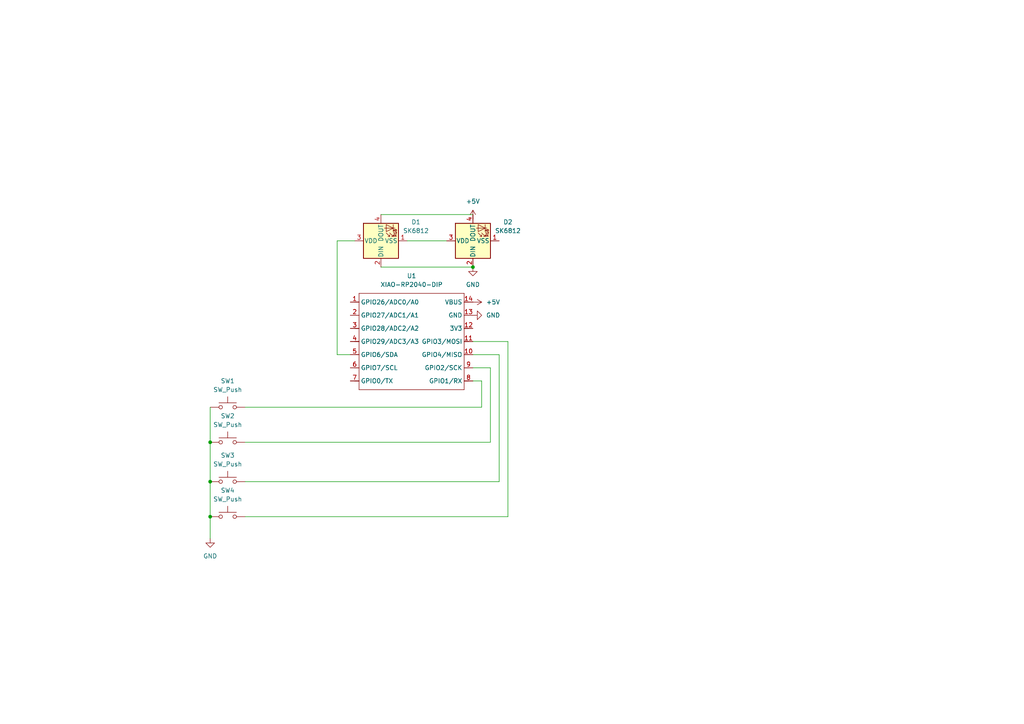
<source format=kicad_sch>
(kicad_sch
	(version 20250114)
	(generator "eeschema")
	(generator_version "9.0")
	(uuid "db73845c-27dd-4710-a9ca-a672e6ad9016")
	(paper "A4")
	(lib_symbols
		(symbol "LED:SK6812"
			(pin_names
				(offset 0.254)
			)
			(exclude_from_sim no)
			(in_bom yes)
			(on_board yes)
			(property "Reference" "D"
				(at 5.08 5.715 0)
				(effects
					(font
						(size 1.27 1.27)
					)
					(justify right bottom)
				)
			)
			(property "Value" "SK6812"
				(at 1.27 -5.715 0)
				(effects
					(font
						(size 1.27 1.27)
					)
					(justify left top)
				)
			)
			(property "Footprint" "LED_SMD:LED_SK6812_PLCC4_5.0x5.0mm_P3.2mm"
				(at 1.27 -7.62 0)
				(effects
					(font
						(size 1.27 1.27)
					)
					(justify left top)
					(hide yes)
				)
			)
			(property "Datasheet" "https://cdn-shop.adafruit.com/product-files/1138/SK6812+LED+datasheet+.pdf"
				(at 2.54 -9.525 0)
				(effects
					(font
						(size 1.27 1.27)
					)
					(justify left top)
					(hide yes)
				)
			)
			(property "Description" "RGB LED with integrated controller"
				(at 0 0 0)
				(effects
					(font
						(size 1.27 1.27)
					)
					(hide yes)
				)
			)
			(property "ki_keywords" "RGB LED NeoPixel addressable"
				(at 0 0 0)
				(effects
					(font
						(size 1.27 1.27)
					)
					(hide yes)
				)
			)
			(property "ki_fp_filters" "LED*SK6812*PLCC*5.0x5.0mm*P3.2mm*"
				(at 0 0 0)
				(effects
					(font
						(size 1.27 1.27)
					)
					(hide yes)
				)
			)
			(symbol "SK6812_0_0"
				(text "RGB"
					(at 2.286 -4.191 0)
					(effects
						(font
							(size 0.762 0.762)
						)
					)
				)
			)
			(symbol "SK6812_0_1"
				(polyline
					(pts
						(xy 1.27 -2.54) (xy 1.778 -2.54)
					)
					(stroke
						(width 0)
						(type default)
					)
					(fill
						(type none)
					)
				)
				(polyline
					(pts
						(xy 1.27 -3.556) (xy 1.778 -3.556)
					)
					(stroke
						(width 0)
						(type default)
					)
					(fill
						(type none)
					)
				)
				(polyline
					(pts
						(xy 2.286 -1.524) (xy 1.27 -2.54) (xy 1.27 -2.032)
					)
					(stroke
						(width 0)
						(type default)
					)
					(fill
						(type none)
					)
				)
				(polyline
					(pts
						(xy 2.286 -2.54) (xy 1.27 -3.556) (xy 1.27 -3.048)
					)
					(stroke
						(width 0)
						(type default)
					)
					(fill
						(type none)
					)
				)
				(polyline
					(pts
						(xy 3.683 -1.016) (xy 3.683 -3.556) (xy 3.683 -4.064)
					)
					(stroke
						(width 0)
						(type default)
					)
					(fill
						(type none)
					)
				)
				(polyline
					(pts
						(xy 4.699 -1.524) (xy 2.667 -1.524) (xy 3.683 -3.556) (xy 4.699 -1.524)
					)
					(stroke
						(width 0)
						(type default)
					)
					(fill
						(type none)
					)
				)
				(polyline
					(pts
						(xy 4.699 -3.556) (xy 2.667 -3.556)
					)
					(stroke
						(width 0)
						(type default)
					)
					(fill
						(type none)
					)
				)
				(rectangle
					(start 5.08 5.08)
					(end -5.08 -5.08)
					(stroke
						(width 0.254)
						(type default)
					)
					(fill
						(type background)
					)
				)
			)
			(symbol "SK6812_1_1"
				(pin input line
					(at -7.62 0 0)
					(length 2.54)
					(name "DIN"
						(effects
							(font
								(size 1.27 1.27)
							)
						)
					)
					(number "2"
						(effects
							(font
								(size 1.27 1.27)
							)
						)
					)
				)
				(pin power_in line
					(at 0 7.62 270)
					(length 2.54)
					(name "VDD"
						(effects
							(font
								(size 1.27 1.27)
							)
						)
					)
					(number "3"
						(effects
							(font
								(size 1.27 1.27)
							)
						)
					)
				)
				(pin power_in line
					(at 0 -7.62 90)
					(length 2.54)
					(name "VSS"
						(effects
							(font
								(size 1.27 1.27)
							)
						)
					)
					(number "1"
						(effects
							(font
								(size 1.27 1.27)
							)
						)
					)
				)
				(pin output line
					(at 7.62 0 180)
					(length 2.54)
					(name "DOUT"
						(effects
							(font
								(size 1.27 1.27)
							)
						)
					)
					(number "4"
						(effects
							(font
								(size 1.27 1.27)
							)
						)
					)
				)
			)
			(embedded_fonts no)
		)
		(symbol "OPL:XIAO-RP2040-DIP"
			(exclude_from_sim no)
			(in_bom yes)
			(on_board yes)
			(property "Reference" "U"
				(at 0 0 0)
				(effects
					(font
						(size 1.27 1.27)
					)
				)
			)
			(property "Value" "XIAO-RP2040-DIP"
				(at 5.334 -1.778 0)
				(effects
					(font
						(size 1.27 1.27)
					)
				)
			)
			(property "Footprint" "Module:MOUDLE14P-XIAO-DIP-SMD"
				(at 14.478 -32.258 0)
				(effects
					(font
						(size 1.27 1.27)
					)
					(hide yes)
				)
			)
			(property "Datasheet" ""
				(at 0 0 0)
				(effects
					(font
						(size 1.27 1.27)
					)
					(hide yes)
				)
			)
			(property "Description" ""
				(at 0 0 0)
				(effects
					(font
						(size 1.27 1.27)
					)
					(hide yes)
				)
			)
			(symbol "XIAO-RP2040-DIP_1_0"
				(polyline
					(pts
						(xy -1.27 -2.54) (xy 29.21 -2.54)
					)
					(stroke
						(width 0.1524)
						(type solid)
					)
					(fill
						(type none)
					)
				)
				(polyline
					(pts
						(xy -1.27 -5.08) (xy -2.54 -5.08)
					)
					(stroke
						(width 0.1524)
						(type solid)
					)
					(fill
						(type none)
					)
				)
				(polyline
					(pts
						(xy -1.27 -5.08) (xy -1.27 -2.54)
					)
					(stroke
						(width 0.1524)
						(type solid)
					)
					(fill
						(type none)
					)
				)
				(polyline
					(pts
						(xy -1.27 -8.89) (xy -2.54 -8.89)
					)
					(stroke
						(width 0.1524)
						(type solid)
					)
					(fill
						(type none)
					)
				)
				(polyline
					(pts
						(xy -1.27 -8.89) (xy -1.27 -5.08)
					)
					(stroke
						(width 0.1524)
						(type solid)
					)
					(fill
						(type none)
					)
				)
				(polyline
					(pts
						(xy -1.27 -12.7) (xy -2.54 -12.7)
					)
					(stroke
						(width 0.1524)
						(type solid)
					)
					(fill
						(type none)
					)
				)
				(polyline
					(pts
						(xy -1.27 -12.7) (xy -1.27 -8.89)
					)
					(stroke
						(width 0.1524)
						(type solid)
					)
					(fill
						(type none)
					)
				)
				(polyline
					(pts
						(xy -1.27 -16.51) (xy -2.54 -16.51)
					)
					(stroke
						(width 0.1524)
						(type solid)
					)
					(fill
						(type none)
					)
				)
				(polyline
					(pts
						(xy -1.27 -16.51) (xy -1.27 -12.7)
					)
					(stroke
						(width 0.1524)
						(type solid)
					)
					(fill
						(type none)
					)
				)
				(polyline
					(pts
						(xy -1.27 -20.32) (xy -2.54 -20.32)
					)
					(stroke
						(width 0.1524)
						(type solid)
					)
					(fill
						(type none)
					)
				)
				(polyline
					(pts
						(xy -1.27 -24.13) (xy -2.54 -24.13)
					)
					(stroke
						(width 0.1524)
						(type solid)
					)
					(fill
						(type none)
					)
				)
				(polyline
					(pts
						(xy -1.27 -27.94) (xy -2.54 -27.94)
					)
					(stroke
						(width 0.1524)
						(type solid)
					)
					(fill
						(type none)
					)
				)
				(polyline
					(pts
						(xy -1.27 -30.48) (xy -1.27 -16.51)
					)
					(stroke
						(width 0.1524)
						(type solid)
					)
					(fill
						(type none)
					)
				)
				(polyline
					(pts
						(xy 29.21 -2.54) (xy 29.21 -5.08)
					)
					(stroke
						(width 0.1524)
						(type solid)
					)
					(fill
						(type none)
					)
				)
				(polyline
					(pts
						(xy 29.21 -5.08) (xy 29.21 -8.89)
					)
					(stroke
						(width 0.1524)
						(type solid)
					)
					(fill
						(type none)
					)
				)
				(polyline
					(pts
						(xy 29.21 -8.89) (xy 29.21 -12.7)
					)
					(stroke
						(width 0.1524)
						(type solid)
					)
					(fill
						(type none)
					)
				)
				(polyline
					(pts
						(xy 29.21 -12.7) (xy 29.21 -30.48)
					)
					(stroke
						(width 0.1524)
						(type solid)
					)
					(fill
						(type none)
					)
				)
				(polyline
					(pts
						(xy 29.21 -30.48) (xy -1.27 -30.48)
					)
					(stroke
						(width 0.1524)
						(type solid)
					)
					(fill
						(type none)
					)
				)
				(polyline
					(pts
						(xy 30.48 -5.08) (xy 29.21 -5.08)
					)
					(stroke
						(width 0.1524)
						(type solid)
					)
					(fill
						(type none)
					)
				)
				(polyline
					(pts
						(xy 30.48 -8.89) (xy 29.21 -8.89)
					)
					(stroke
						(width 0.1524)
						(type solid)
					)
					(fill
						(type none)
					)
				)
				(polyline
					(pts
						(xy 30.48 -12.7) (xy 29.21 -12.7)
					)
					(stroke
						(width 0.1524)
						(type solid)
					)
					(fill
						(type none)
					)
				)
				(polyline
					(pts
						(xy 30.48 -16.51) (xy 29.21 -16.51)
					)
					(stroke
						(width 0.1524)
						(type solid)
					)
					(fill
						(type none)
					)
				)
				(polyline
					(pts
						(xy 30.48 -20.32) (xy 29.21 -20.32)
					)
					(stroke
						(width 0.1524)
						(type solid)
					)
					(fill
						(type none)
					)
				)
				(polyline
					(pts
						(xy 30.48 -24.13) (xy 29.21 -24.13)
					)
					(stroke
						(width 0.1524)
						(type solid)
					)
					(fill
						(type none)
					)
				)
				(polyline
					(pts
						(xy 30.48 -27.94) (xy 29.21 -27.94)
					)
					(stroke
						(width 0.1524)
						(type solid)
					)
					(fill
						(type none)
					)
				)
				(pin passive line
					(at -3.81 -5.08 0)
					(length 2.54)
					(name "GPIO26/ADC0/A0"
						(effects
							(font
								(size 1.27 1.27)
							)
						)
					)
					(number "1"
						(effects
							(font
								(size 1.27 1.27)
							)
						)
					)
				)
				(pin passive line
					(at -3.81 -8.89 0)
					(length 2.54)
					(name "GPIO27/ADC1/A1"
						(effects
							(font
								(size 1.27 1.27)
							)
						)
					)
					(number "2"
						(effects
							(font
								(size 1.27 1.27)
							)
						)
					)
				)
				(pin passive line
					(at -3.81 -12.7 0)
					(length 2.54)
					(name "GPIO28/ADC2/A2"
						(effects
							(font
								(size 1.27 1.27)
							)
						)
					)
					(number "3"
						(effects
							(font
								(size 1.27 1.27)
							)
						)
					)
				)
				(pin passive line
					(at -3.81 -16.51 0)
					(length 2.54)
					(name "GPIO29/ADC3/A3"
						(effects
							(font
								(size 1.27 1.27)
							)
						)
					)
					(number "4"
						(effects
							(font
								(size 1.27 1.27)
							)
						)
					)
				)
				(pin passive line
					(at -3.81 -20.32 0)
					(length 2.54)
					(name "GPIO6/SDA"
						(effects
							(font
								(size 1.27 1.27)
							)
						)
					)
					(number "5"
						(effects
							(font
								(size 1.27 1.27)
							)
						)
					)
				)
				(pin passive line
					(at -3.81 -24.13 0)
					(length 2.54)
					(name "GPIO7/SCL"
						(effects
							(font
								(size 1.27 1.27)
							)
						)
					)
					(number "6"
						(effects
							(font
								(size 1.27 1.27)
							)
						)
					)
				)
				(pin passive line
					(at -3.81 -27.94 0)
					(length 2.54)
					(name "GPIO0/TX"
						(effects
							(font
								(size 1.27 1.27)
							)
						)
					)
					(number "7"
						(effects
							(font
								(size 1.27 1.27)
							)
						)
					)
				)
				(pin passive line
					(at 31.75 -5.08 180)
					(length 2.54)
					(name "VBUS"
						(effects
							(font
								(size 1.27 1.27)
							)
						)
					)
					(number "14"
						(effects
							(font
								(size 1.27 1.27)
							)
						)
					)
				)
				(pin passive line
					(at 31.75 -8.89 180)
					(length 2.54)
					(name "GND"
						(effects
							(font
								(size 1.27 1.27)
							)
						)
					)
					(number "13"
						(effects
							(font
								(size 1.27 1.27)
							)
						)
					)
				)
				(pin passive line
					(at 31.75 -12.7 180)
					(length 2.54)
					(name "3V3"
						(effects
							(font
								(size 1.27 1.27)
							)
						)
					)
					(number "12"
						(effects
							(font
								(size 1.27 1.27)
							)
						)
					)
				)
				(pin passive line
					(at 31.75 -16.51 180)
					(length 2.54)
					(name "GPIO3/MOSI"
						(effects
							(font
								(size 1.27 1.27)
							)
						)
					)
					(number "11"
						(effects
							(font
								(size 1.27 1.27)
							)
						)
					)
				)
				(pin passive line
					(at 31.75 -20.32 180)
					(length 2.54)
					(name "GPIO4/MISO"
						(effects
							(font
								(size 1.27 1.27)
							)
						)
					)
					(number "10"
						(effects
							(font
								(size 1.27 1.27)
							)
						)
					)
				)
				(pin passive line
					(at 31.75 -24.13 180)
					(length 2.54)
					(name "GPIO2/SCK"
						(effects
							(font
								(size 1.27 1.27)
							)
						)
					)
					(number "9"
						(effects
							(font
								(size 1.27 1.27)
							)
						)
					)
				)
				(pin passive line
					(at 31.75 -27.94 180)
					(length 2.54)
					(name "GPIO1/RX"
						(effects
							(font
								(size 1.27 1.27)
							)
						)
					)
					(number "8"
						(effects
							(font
								(size 1.27 1.27)
							)
						)
					)
				)
			)
			(embedded_fonts no)
		)
		(symbol "Switch:SW_Push"
			(pin_numbers
				(hide yes)
			)
			(pin_names
				(offset 1.016)
				(hide yes)
			)
			(exclude_from_sim no)
			(in_bom yes)
			(on_board yes)
			(property "Reference" "SW"
				(at 1.27 2.54 0)
				(effects
					(font
						(size 1.27 1.27)
					)
					(justify left)
				)
			)
			(property "Value" "SW_Push"
				(at 0 -1.524 0)
				(effects
					(font
						(size 1.27 1.27)
					)
				)
			)
			(property "Footprint" ""
				(at 0 5.08 0)
				(effects
					(font
						(size 1.27 1.27)
					)
					(hide yes)
				)
			)
			(property "Datasheet" "~"
				(at 0 5.08 0)
				(effects
					(font
						(size 1.27 1.27)
					)
					(hide yes)
				)
			)
			(property "Description" "Push button switch, generic, two pins"
				(at 0 0 0)
				(effects
					(font
						(size 1.27 1.27)
					)
					(hide yes)
				)
			)
			(property "ki_keywords" "switch normally-open pushbutton push-button"
				(at 0 0 0)
				(effects
					(font
						(size 1.27 1.27)
					)
					(hide yes)
				)
			)
			(symbol "SW_Push_0_1"
				(circle
					(center -2.032 0)
					(radius 0.508)
					(stroke
						(width 0)
						(type default)
					)
					(fill
						(type none)
					)
				)
				(polyline
					(pts
						(xy 0 1.27) (xy 0 3.048)
					)
					(stroke
						(width 0)
						(type default)
					)
					(fill
						(type none)
					)
				)
				(circle
					(center 2.032 0)
					(radius 0.508)
					(stroke
						(width 0)
						(type default)
					)
					(fill
						(type none)
					)
				)
				(polyline
					(pts
						(xy 2.54 1.27) (xy -2.54 1.27)
					)
					(stroke
						(width 0)
						(type default)
					)
					(fill
						(type none)
					)
				)
				(pin passive line
					(at -5.08 0 0)
					(length 2.54)
					(name "1"
						(effects
							(font
								(size 1.27 1.27)
							)
						)
					)
					(number "1"
						(effects
							(font
								(size 1.27 1.27)
							)
						)
					)
				)
				(pin passive line
					(at 5.08 0 180)
					(length 2.54)
					(name "2"
						(effects
							(font
								(size 1.27 1.27)
							)
						)
					)
					(number "2"
						(effects
							(font
								(size 1.27 1.27)
							)
						)
					)
				)
			)
			(embedded_fonts no)
		)
		(symbol "power:+5V"
			(power)
			(pin_numbers
				(hide yes)
			)
			(pin_names
				(offset 0)
				(hide yes)
			)
			(exclude_from_sim no)
			(in_bom yes)
			(on_board yes)
			(property "Reference" "#PWR"
				(at 0 -3.81 0)
				(effects
					(font
						(size 1.27 1.27)
					)
					(hide yes)
				)
			)
			(property "Value" "+5V"
				(at 0 3.556 0)
				(effects
					(font
						(size 1.27 1.27)
					)
				)
			)
			(property "Footprint" ""
				(at 0 0 0)
				(effects
					(font
						(size 1.27 1.27)
					)
					(hide yes)
				)
			)
			(property "Datasheet" ""
				(at 0 0 0)
				(effects
					(font
						(size 1.27 1.27)
					)
					(hide yes)
				)
			)
			(property "Description" "Power symbol creates a global label with name \"+5V\""
				(at 0 0 0)
				(effects
					(font
						(size 1.27 1.27)
					)
					(hide yes)
				)
			)
			(property "ki_keywords" "global power"
				(at 0 0 0)
				(effects
					(font
						(size 1.27 1.27)
					)
					(hide yes)
				)
			)
			(symbol "+5V_0_1"
				(polyline
					(pts
						(xy -0.762 1.27) (xy 0 2.54)
					)
					(stroke
						(width 0)
						(type default)
					)
					(fill
						(type none)
					)
				)
				(polyline
					(pts
						(xy 0 2.54) (xy 0.762 1.27)
					)
					(stroke
						(width 0)
						(type default)
					)
					(fill
						(type none)
					)
				)
				(polyline
					(pts
						(xy 0 0) (xy 0 2.54)
					)
					(stroke
						(width 0)
						(type default)
					)
					(fill
						(type none)
					)
				)
			)
			(symbol "+5V_1_1"
				(pin power_in line
					(at 0 0 90)
					(length 0)
					(name "~"
						(effects
							(font
								(size 1.27 1.27)
							)
						)
					)
					(number "1"
						(effects
							(font
								(size 1.27 1.27)
							)
						)
					)
				)
			)
			(embedded_fonts no)
		)
		(symbol "power:GND"
			(power)
			(pin_numbers
				(hide yes)
			)
			(pin_names
				(offset 0)
				(hide yes)
			)
			(exclude_from_sim no)
			(in_bom yes)
			(on_board yes)
			(property "Reference" "#PWR"
				(at 0 -6.35 0)
				(effects
					(font
						(size 1.27 1.27)
					)
					(hide yes)
				)
			)
			(property "Value" "GND"
				(at 0 -3.81 0)
				(effects
					(font
						(size 1.27 1.27)
					)
				)
			)
			(property "Footprint" ""
				(at 0 0 0)
				(effects
					(font
						(size 1.27 1.27)
					)
					(hide yes)
				)
			)
			(property "Datasheet" ""
				(at 0 0 0)
				(effects
					(font
						(size 1.27 1.27)
					)
					(hide yes)
				)
			)
			(property "Description" "Power symbol creates a global label with name \"GND\" , ground"
				(at 0 0 0)
				(effects
					(font
						(size 1.27 1.27)
					)
					(hide yes)
				)
			)
			(property "ki_keywords" "global power"
				(at 0 0 0)
				(effects
					(font
						(size 1.27 1.27)
					)
					(hide yes)
				)
			)
			(symbol "GND_0_1"
				(polyline
					(pts
						(xy 0 0) (xy 0 -1.27) (xy 1.27 -1.27) (xy 0 -2.54) (xy -1.27 -1.27) (xy 0 -1.27)
					)
					(stroke
						(width 0)
						(type default)
					)
					(fill
						(type none)
					)
				)
			)
			(symbol "GND_1_1"
				(pin power_in line
					(at 0 0 270)
					(length 0)
					(name "~"
						(effects
							(font
								(size 1.27 1.27)
							)
						)
					)
					(number "1"
						(effects
							(font
								(size 1.27 1.27)
							)
						)
					)
				)
			)
			(embedded_fonts no)
		)
	)
	(junction
		(at 137.16 77.47)
		(diameter 0)
		(color 0 0 0 0)
		(uuid "1587817e-666d-47dc-b638-50a2e08be1b8")
	)
	(junction
		(at 60.96 149.86)
		(diameter 0)
		(color 0 0 0 0)
		(uuid "40746ede-ccc6-43cd-a21c-d8b62cde77cb")
	)
	(junction
		(at 60.96 139.7)
		(diameter 0)
		(color 0 0 0 0)
		(uuid "8b5b135e-d036-40e6-9a2a-553e52a37ddd")
	)
	(junction
		(at 60.96 128.27)
		(diameter 0)
		(color 0 0 0 0)
		(uuid "f1d1c4c1-6cbb-4af1-8415-d3ff8fa6a2eb")
	)
	(wire
		(pts
			(xy 97.79 69.85) (xy 97.79 102.87)
		)
		(stroke
			(width 0)
			(type default)
		)
		(uuid "0aa1f66c-b996-4cd3-a96a-9f30fb06623c")
	)
	(wire
		(pts
			(xy 60.96 149.86) (xy 60.96 156.21)
		)
		(stroke
			(width 0)
			(type default)
		)
		(uuid "17696d87-396d-4b6b-914c-a4382b80ae04")
	)
	(wire
		(pts
			(xy 60.96 128.27) (xy 60.96 139.7)
		)
		(stroke
			(width 0)
			(type default)
		)
		(uuid "26022844-cae3-4e81-bcdf-bb77c3b87c6b")
	)
	(wire
		(pts
			(xy 97.79 102.87) (xy 101.6 102.87)
		)
		(stroke
			(width 0)
			(type default)
		)
		(uuid "27778710-0e6c-42d1-b362-416215c5f72e")
	)
	(wire
		(pts
			(xy 137.16 99.06) (xy 147.32 99.06)
		)
		(stroke
			(width 0)
			(type default)
		)
		(uuid "33188316-166f-415c-9f28-7e3226d45501")
	)
	(wire
		(pts
			(xy 144.78 102.87) (xy 144.78 139.7)
		)
		(stroke
			(width 0)
			(type default)
		)
		(uuid "438fdd56-0c26-48fb-b3b5-2660b2c485f2")
	)
	(wire
		(pts
			(xy 147.32 149.86) (xy 71.12 149.86)
		)
		(stroke
			(width 0)
			(type default)
		)
		(uuid "463af65b-9451-492a-808d-4681f9126183")
	)
	(wire
		(pts
			(xy 110.49 77.47) (xy 137.16 77.47)
		)
		(stroke
			(width 0)
			(type default)
		)
		(uuid "5793a87e-b479-48be-8c16-ebf79674bb49")
	)
	(wire
		(pts
			(xy 137.16 110.49) (xy 139.7 110.49)
		)
		(stroke
			(width 0)
			(type default)
		)
		(uuid "5e103c91-7de3-4f5d-a5ee-1eef0cf4437d")
	)
	(wire
		(pts
			(xy 144.78 139.7) (xy 71.12 139.7)
		)
		(stroke
			(width 0)
			(type default)
		)
		(uuid "6cf6bb3c-d03d-49ba-bca1-82caae6ac05e")
	)
	(wire
		(pts
			(xy 142.24 128.27) (xy 71.12 128.27)
		)
		(stroke
			(width 0)
			(type default)
		)
		(uuid "6e8f8521-a0e5-4555-bab1-c32913d10c58")
	)
	(wire
		(pts
			(xy 137.16 106.68) (xy 142.24 106.68)
		)
		(stroke
			(width 0)
			(type default)
		)
		(uuid "78c12b38-9703-48ae-ae36-c3a44217cc3e")
	)
	(wire
		(pts
			(xy 110.49 62.23) (xy 137.16 62.23)
		)
		(stroke
			(width 0)
			(type default)
		)
		(uuid "7fde8f39-a7b4-4612-b13a-a89aa3934384")
	)
	(wire
		(pts
			(xy 147.32 99.06) (xy 147.32 149.86)
		)
		(stroke
			(width 0)
			(type default)
		)
		(uuid "9b73e426-476e-442b-8b55-94c0273e17a5")
	)
	(wire
		(pts
			(xy 137.16 102.87) (xy 144.78 102.87)
		)
		(stroke
			(width 0)
			(type default)
		)
		(uuid "a826d5d3-51e2-4263-a376-d178f26c2bc0")
	)
	(wire
		(pts
			(xy 102.87 69.85) (xy 97.79 69.85)
		)
		(stroke
			(width 0)
			(type default)
		)
		(uuid "aca9534b-0256-4999-ab43-145d22ad248c")
	)
	(wire
		(pts
			(xy 60.96 118.11) (xy 60.96 128.27)
		)
		(stroke
			(width 0)
			(type default)
		)
		(uuid "afdaee52-a5bf-4718-a1d0-323c555bfaa5")
	)
	(wire
		(pts
			(xy 142.24 106.68) (xy 142.24 128.27)
		)
		(stroke
			(width 0)
			(type default)
		)
		(uuid "b31c66a8-df48-4b0f-84f4-29f1a5d0230f")
	)
	(wire
		(pts
			(xy 60.96 139.7) (xy 60.96 149.86)
		)
		(stroke
			(width 0)
			(type default)
		)
		(uuid "b9680944-af90-44ab-8194-90390a5a2a19")
	)
	(wire
		(pts
			(xy 139.7 110.49) (xy 139.7 118.11)
		)
		(stroke
			(width 0)
			(type default)
		)
		(uuid "c3df37e1-6801-4149-be3f-868029d491ce")
	)
	(wire
		(pts
			(xy 139.7 118.11) (xy 71.12 118.11)
		)
		(stroke
			(width 0)
			(type default)
		)
		(uuid "c6535e95-54df-4d3d-8503-cda40d6cb8d2")
	)
	(wire
		(pts
			(xy 118.11 69.85) (xy 129.54 69.85)
		)
		(stroke
			(width 0)
			(type default)
		)
		(uuid "f9431f2d-6143-4523-8142-43fd29989931")
	)
	(symbol
		(lib_id "LED:SK6812")
		(at 110.49 69.85 90)
		(unit 1)
		(exclude_from_sim no)
		(in_bom yes)
		(on_board yes)
		(dnp no)
		(fields_autoplaced yes)
		(uuid "08f11d0a-2126-4d48-97f6-06244adc31e9")
		(property "Reference" "D1"
			(at 120.65 64.4046 90)
			(effects
				(font
					(size 1.27 1.27)
				)
			)
		)
		(property "Value" "SK6812"
			(at 120.65 66.9446 90)
			(effects
				(font
					(size 1.27 1.27)
				)
			)
		)
		(property "Footprint" "LED_SMD:LED_SK6812_PLCC4_5.0x5.0mm_P3.2mm"
			(at 118.11 68.58 0)
			(effects
				(font
					(size 1.27 1.27)
				)
				(justify left top)
				(hide yes)
			)
		)
		(property "Datasheet" "https://cdn-shop.adafruit.com/product-files/1138/SK6812+LED+datasheet+.pdf"
			(at 120.015 67.31 0)
			(effects
				(font
					(size 1.27 1.27)
				)
				(justify left top)
				(hide yes)
			)
		)
		(property "Description" "RGB LED with integrated controller"
			(at 110.49 69.85 0)
			(effects
				(font
					(size 1.27 1.27)
				)
				(hide yes)
			)
		)
		(pin "2"
			(uuid "2cfdda07-03c6-4e09-bc7b-54994e10beb5")
		)
		(pin "1"
			(uuid "1a348751-870e-4f81-a50d-2b52106be461")
		)
		(pin "4"
			(uuid "ec5408fa-1493-4ea9-a671-5320dfdcd5df")
		)
		(pin "3"
			(uuid "9c63bb88-f74b-47d7-a89d-9a9aa9db9d68")
		)
		(instances
			(project ""
				(path "/db73845c-27dd-4710-a9ca-a672e6ad9016"
					(reference "D1")
					(unit 1)
				)
			)
		)
	)
	(symbol
		(lib_id "power:GND")
		(at 137.16 77.47 0)
		(unit 1)
		(exclude_from_sim no)
		(in_bom yes)
		(on_board yes)
		(dnp no)
		(fields_autoplaced yes)
		(uuid "0c8cedbd-1cef-4dc2-b837-58263e5dca27")
		(property "Reference" "#PWR01"
			(at 137.16 83.82 0)
			(effects
				(font
					(size 1.27 1.27)
				)
				(hide yes)
			)
		)
		(property "Value" "GND"
			(at 137.16 82.55 0)
			(effects
				(font
					(size 1.27 1.27)
				)
			)
		)
		(property "Footprint" ""
			(at 137.16 77.47 0)
			(effects
				(font
					(size 1.27 1.27)
				)
				(hide yes)
			)
		)
		(property "Datasheet" ""
			(at 137.16 77.47 0)
			(effects
				(font
					(size 1.27 1.27)
				)
				(hide yes)
			)
		)
		(property "Description" "Power symbol creates a global label with name \"GND\" , ground"
			(at 137.16 77.47 0)
			(effects
				(font
					(size 1.27 1.27)
				)
				(hide yes)
			)
		)
		(pin "1"
			(uuid "320c9763-44b0-4388-9573-a84535779003")
		)
		(instances
			(project ""
				(path "/db73845c-27dd-4710-a9ca-a672e6ad9016"
					(reference "#PWR01")
					(unit 1)
				)
			)
		)
	)
	(symbol
		(lib_id "OPL:XIAO-RP2040-DIP")
		(at 105.41 82.55 0)
		(unit 1)
		(exclude_from_sim no)
		(in_bom yes)
		(on_board yes)
		(dnp no)
		(fields_autoplaced yes)
		(uuid "131bd35f-74c1-4efa-9d7a-2d4d8b2f0c44")
		(property "Reference" "U1"
			(at 119.38 80.01 0)
			(effects
				(font
					(size 1.27 1.27)
				)
			)
		)
		(property "Value" "XIAO-RP2040-DIP"
			(at 119.38 82.55 0)
			(effects
				(font
					(size 1.27 1.27)
				)
			)
		)
		(property "Footprint" "OPL:XIAO-RP2040-DIP"
			(at 119.888 114.808 0)
			(effects
				(font
					(size 1.27 1.27)
				)
				(hide yes)
			)
		)
		(property "Datasheet" ""
			(at 105.41 82.55 0)
			(effects
				(font
					(size 1.27 1.27)
				)
				(hide yes)
			)
		)
		(property "Description" ""
			(at 105.41 82.55 0)
			(effects
				(font
					(size 1.27 1.27)
				)
				(hide yes)
			)
		)
		(pin "11"
			(uuid "636799f6-7502-4dba-9ab5-05c2f62ade94")
		)
		(pin "9"
			(uuid "b7dc3fb4-fa3e-434e-816c-118e01816b08")
		)
		(pin "5"
			(uuid "cbb950bd-f46d-482a-8121-058968e28f00")
		)
		(pin "12"
			(uuid "1bdd15ec-d1a1-45d7-9a62-d12f2139e41a")
		)
		(pin "8"
			(uuid "49957f1e-126f-4fad-8dfe-0764919089f6")
		)
		(pin "13"
			(uuid "b61d581c-70ee-4a14-a071-c71617604e9b")
		)
		(pin "4"
			(uuid "e9e60316-cd98-43ea-95b5-a37630953a8a")
		)
		(pin "2"
			(uuid "db48bfbe-67ae-4b5b-8c2a-61c0d25d904e")
		)
		(pin "1"
			(uuid "3d1eaa40-e0a2-49de-a459-3954f92a4faf")
		)
		(pin "3"
			(uuid "093e5a01-9bfb-4da6-921b-9264f1783ce2")
		)
		(pin "7"
			(uuid "2b871e94-6a20-497c-9d1d-9c077c98afce")
		)
		(pin "14"
			(uuid "15ee09bc-2606-4ad3-b032-9d6a0c47ae63")
		)
		(pin "6"
			(uuid "724ffac1-4e2a-4789-89f5-6f538eb7cef1")
		)
		(pin "10"
			(uuid "179c89e9-c614-42ba-9e12-10fbd975f228")
		)
		(instances
			(project ""
				(path "/db73845c-27dd-4710-a9ca-a672e6ad9016"
					(reference "U1")
					(unit 1)
				)
			)
		)
	)
	(symbol
		(lib_id "LED:SK6812")
		(at 137.16 69.85 90)
		(unit 1)
		(exclude_from_sim no)
		(in_bom yes)
		(on_board yes)
		(dnp no)
		(fields_autoplaced yes)
		(uuid "14dfde52-c2ea-49cd-906e-8fb496f8d0c1")
		(property "Reference" "D2"
			(at 147.32 64.4046 90)
			(effects
				(font
					(size 1.27 1.27)
				)
			)
		)
		(property "Value" "SK6812"
			(at 147.32 66.9446 90)
			(effects
				(font
					(size 1.27 1.27)
				)
			)
		)
		(property "Footprint" "LED_SMD:LED_SK6812_PLCC4_5.0x5.0mm_P3.2mm"
			(at 144.78 68.58 0)
			(effects
				(font
					(size 1.27 1.27)
				)
				(justify left top)
				(hide yes)
			)
		)
		(property "Datasheet" "https://cdn-shop.adafruit.com/product-files/1138/SK6812+LED+datasheet+.pdf"
			(at 146.685 67.31 0)
			(effects
				(font
					(size 1.27 1.27)
				)
				(justify left top)
				(hide yes)
			)
		)
		(property "Description" "RGB LED with integrated controller"
			(at 137.16 69.85 0)
			(effects
				(font
					(size 1.27 1.27)
				)
				(hide yes)
			)
		)
		(pin "2"
			(uuid "0742e9f8-9265-4192-b501-4d5cbd56edd0")
		)
		(pin "1"
			(uuid "2aceb57e-716f-41af-a8e4-5851ce5769ac")
		)
		(pin "4"
			(uuid "d7854585-893a-4fc9-a14d-a21557bf2698")
		)
		(pin "3"
			(uuid "76ae83a1-9e58-4798-8702-122bf1e14610")
		)
		(instances
			(project ""
				(path "/db73845c-27dd-4710-a9ca-a672e6ad9016"
					(reference "D2")
					(unit 1)
				)
			)
		)
	)
	(symbol
		(lib_id "power:GND")
		(at 60.96 156.21 0)
		(unit 1)
		(exclude_from_sim no)
		(in_bom yes)
		(on_board yes)
		(dnp no)
		(fields_autoplaced yes)
		(uuid "479739cf-14eb-4678-94bd-8bb4a881e158")
		(property "Reference" "#PWR05"
			(at 60.96 162.56 0)
			(effects
				(font
					(size 1.27 1.27)
				)
				(hide yes)
			)
		)
		(property "Value" "GND"
			(at 60.96 161.29 0)
			(effects
				(font
					(size 1.27 1.27)
				)
			)
		)
		(property "Footprint" ""
			(at 60.96 156.21 0)
			(effects
				(font
					(size 1.27 1.27)
				)
				(hide yes)
			)
		)
		(property "Datasheet" ""
			(at 60.96 156.21 0)
			(effects
				(font
					(size 1.27 1.27)
				)
				(hide yes)
			)
		)
		(property "Description" "Power symbol creates a global label with name \"GND\" , ground"
			(at 60.96 156.21 0)
			(effects
				(font
					(size 1.27 1.27)
				)
				(hide yes)
			)
		)
		(pin "1"
			(uuid "0fa78a2c-5506-4f80-9ac4-7c34bf59aa1f")
		)
		(instances
			(project ""
				(path "/db73845c-27dd-4710-a9ca-a672e6ad9016"
					(reference "#PWR05")
					(unit 1)
				)
			)
		)
	)
	(symbol
		(lib_id "Switch:SW_Push")
		(at 66.04 118.11 0)
		(unit 1)
		(exclude_from_sim no)
		(in_bom yes)
		(on_board yes)
		(dnp no)
		(fields_autoplaced yes)
		(uuid "61819d44-5893-4357-9e06-767b46821e6f")
		(property "Reference" "SW1"
			(at 66.04 110.49 0)
			(effects
				(font
					(size 1.27 1.27)
				)
			)
		)
		(property "Value" "SW_Push"
			(at 66.04 113.03 0)
			(effects
				(font
					(size 1.27 1.27)
				)
			)
		)
		(property "Footprint" "Button_Switch_Keyboard:SW_Cherry_MX_1.00u_PCB"
			(at 66.04 113.03 0)
			(effects
				(font
					(size 1.27 1.27)
				)
				(hide yes)
			)
		)
		(property "Datasheet" "~"
			(at 66.04 113.03 0)
			(effects
				(font
					(size 1.27 1.27)
				)
				(hide yes)
			)
		)
		(property "Description" "Push button switch, generic, two pins"
			(at 66.04 118.11 0)
			(effects
				(font
					(size 1.27 1.27)
				)
				(hide yes)
			)
		)
		(pin "1"
			(uuid "f8fce53e-99e6-4a4a-b2c6-7ac270f4068f")
		)
		(pin "2"
			(uuid "d1e5f72a-5c4b-4382-a5b6-195737ac099e")
		)
		(instances
			(project ""
				(path "/db73845c-27dd-4710-a9ca-a672e6ad9016"
					(reference "SW1")
					(unit 1)
				)
			)
		)
	)
	(symbol
		(lib_id "power:+5V")
		(at 137.16 63.5 0)
		(unit 1)
		(exclude_from_sim no)
		(in_bom yes)
		(on_board yes)
		(dnp no)
		(fields_autoplaced yes)
		(uuid "62d938e5-8771-4f8c-b741-c8bd0d44f595")
		(property "Reference" "#PWR04"
			(at 137.16 67.31 0)
			(effects
				(font
					(size 1.27 1.27)
				)
				(hide yes)
			)
		)
		(property "Value" "+5V"
			(at 137.16 58.42 0)
			(effects
				(font
					(size 1.27 1.27)
				)
			)
		)
		(property "Footprint" ""
			(at 137.16 63.5 0)
			(effects
				(font
					(size 1.27 1.27)
				)
				(hide yes)
			)
		)
		(property "Datasheet" ""
			(at 137.16 63.5 0)
			(effects
				(font
					(size 1.27 1.27)
				)
				(hide yes)
			)
		)
		(property "Description" "Power symbol creates a global label with name \"+5V\""
			(at 137.16 63.5 0)
			(effects
				(font
					(size 1.27 1.27)
				)
				(hide yes)
			)
		)
		(pin "1"
			(uuid "b0d6ac9f-b292-443f-a0ab-b13e25bfd8bf")
		)
		(instances
			(project ""
				(path "/db73845c-27dd-4710-a9ca-a672e6ad9016"
					(reference "#PWR04")
					(unit 1)
				)
			)
		)
	)
	(symbol
		(lib_id "Switch:SW_Push")
		(at 66.04 139.7 0)
		(unit 1)
		(exclude_from_sim no)
		(in_bom yes)
		(on_board yes)
		(dnp no)
		(fields_autoplaced yes)
		(uuid "668fef89-fb55-4f37-8ebf-8415a26533e0")
		(property "Reference" "SW3"
			(at 66.04 132.08 0)
			(effects
				(font
					(size 1.27 1.27)
				)
			)
		)
		(property "Value" "SW_Push"
			(at 66.04 134.62 0)
			(effects
				(font
					(size 1.27 1.27)
				)
			)
		)
		(property "Footprint" "Button_Switch_Keyboard:SW_Cherry_MX_1.00u_PCB"
			(at 66.04 134.62 0)
			(effects
				(font
					(size 1.27 1.27)
				)
				(hide yes)
			)
		)
		(property "Datasheet" "~"
			(at 66.04 134.62 0)
			(effects
				(font
					(size 1.27 1.27)
				)
				(hide yes)
			)
		)
		(property "Description" "Push button switch, generic, two pins"
			(at 66.04 139.7 0)
			(effects
				(font
					(size 1.27 1.27)
				)
				(hide yes)
			)
		)
		(pin "2"
			(uuid "d6b03f1d-ca80-4bde-b41a-833e23702d31")
		)
		(pin "1"
			(uuid "cd3ef9d5-482b-499e-adca-7045f4e376d7")
		)
		(instances
			(project ""
				(path "/db73845c-27dd-4710-a9ca-a672e6ad9016"
					(reference "SW3")
					(unit 1)
				)
			)
		)
	)
	(symbol
		(lib_id "Switch:SW_Push")
		(at 66.04 128.27 0)
		(unit 1)
		(exclude_from_sim no)
		(in_bom yes)
		(on_board yes)
		(dnp no)
		(uuid "79c0c666-fed9-4b87-9214-1183706094e6")
		(property "Reference" "SW2"
			(at 66.04 120.65 0)
			(effects
				(font
					(size 1.27 1.27)
				)
			)
		)
		(property "Value" "SW_Push"
			(at 66.04 123.19 0)
			(effects
				(font
					(size 1.27 1.27)
				)
			)
		)
		(property "Footprint" "Button_Switch_Keyboard:SW_Cherry_MX_1.00u_PCB"
			(at 66.04 123.19 0)
			(effects
				(font
					(size 1.27 1.27)
				)
				(hide yes)
			)
		)
		(property "Datasheet" "~"
			(at 66.04 123.19 0)
			(effects
				(font
					(size 1.27 1.27)
				)
				(hide yes)
			)
		)
		(property "Description" "Push button switch, generic, two pins"
			(at 66.04 128.27 0)
			(effects
				(font
					(size 1.27 1.27)
				)
				(hide yes)
			)
		)
		(pin "2"
			(uuid "95444769-8a0d-441a-b297-1b2837985ce5")
		)
		(pin "1"
			(uuid "32548625-4444-4cfe-bacd-4c1c8d37a43a")
		)
		(instances
			(project ""
				(path "/db73845c-27dd-4710-a9ca-a672e6ad9016"
					(reference "SW2")
					(unit 1)
				)
			)
		)
	)
	(symbol
		(lib_id "power:GND")
		(at 137.16 91.44 90)
		(unit 1)
		(exclude_from_sim no)
		(in_bom yes)
		(on_board yes)
		(dnp no)
		(fields_autoplaced yes)
		(uuid "7fa73be2-a7d5-4bc8-873f-4d646d400153")
		(property "Reference" "#PWR02"
			(at 143.51 91.44 0)
			(effects
				(font
					(size 1.27 1.27)
				)
				(hide yes)
			)
		)
		(property "Value" "GND"
			(at 140.97 91.4399 90)
			(effects
				(font
					(size 1.27 1.27)
				)
				(justify right)
			)
		)
		(property "Footprint" ""
			(at 137.16 91.44 0)
			(effects
				(font
					(size 1.27 1.27)
				)
				(hide yes)
			)
		)
		(property "Datasheet" ""
			(at 137.16 91.44 0)
			(effects
				(font
					(size 1.27 1.27)
				)
				(hide yes)
			)
		)
		(property "Description" "Power symbol creates a global label with name \"GND\" , ground"
			(at 137.16 91.44 0)
			(effects
				(font
					(size 1.27 1.27)
				)
				(hide yes)
			)
		)
		(pin "1"
			(uuid "f80d609d-98c9-433b-9694-9454751ba81e")
		)
		(instances
			(project ""
				(path "/db73845c-27dd-4710-a9ca-a672e6ad9016"
					(reference "#PWR02")
					(unit 1)
				)
			)
		)
	)
	(symbol
		(lib_id "power:+5V")
		(at 137.16 87.63 270)
		(unit 1)
		(exclude_from_sim no)
		(in_bom yes)
		(on_board yes)
		(dnp no)
		(fields_autoplaced yes)
		(uuid "cbf9bc51-d777-4b72-99b1-50a5af3dcced")
		(property "Reference" "#PWR03"
			(at 133.35 87.63 0)
			(effects
				(font
					(size 1.27 1.27)
				)
				(hide yes)
			)
		)
		(property "Value" "+5V"
			(at 140.97 87.6299 90)
			(effects
				(font
					(size 1.27 1.27)
				)
				(justify left)
			)
		)
		(property "Footprint" ""
			(at 137.16 87.63 0)
			(effects
				(font
					(size 1.27 1.27)
				)
				(hide yes)
			)
		)
		(property "Datasheet" ""
			(at 137.16 87.63 0)
			(effects
				(font
					(size 1.27 1.27)
				)
				(hide yes)
			)
		)
		(property "Description" "Power symbol creates a global label with name \"+5V\""
			(at 137.16 87.63 0)
			(effects
				(font
					(size 1.27 1.27)
				)
				(hide yes)
			)
		)
		(pin "1"
			(uuid "cdec032b-76d0-47b8-a50f-ac268c7629de")
		)
		(instances
			(project ""
				(path "/db73845c-27dd-4710-a9ca-a672e6ad9016"
					(reference "#PWR03")
					(unit 1)
				)
			)
		)
	)
	(symbol
		(lib_id "Switch:SW_Push")
		(at 66.04 149.86 0)
		(unit 1)
		(exclude_from_sim no)
		(in_bom yes)
		(on_board yes)
		(dnp no)
		(fields_autoplaced yes)
		(uuid "e85dd5d7-8f0d-4d12-b7f0-318f8a13cd99")
		(property "Reference" "SW4"
			(at 66.04 142.24 0)
			(effects
				(font
					(size 1.27 1.27)
				)
			)
		)
		(property "Value" "SW_Push"
			(at 66.04 144.78 0)
			(effects
				(font
					(size 1.27 1.27)
				)
			)
		)
		(property "Footprint" "Button_Switch_Keyboard:SW_Cherry_MX_1.00u_PCB"
			(at 66.04 144.78 0)
			(effects
				(font
					(size 1.27 1.27)
				)
				(hide yes)
			)
		)
		(property "Datasheet" "~"
			(at 66.04 144.78 0)
			(effects
				(font
					(size 1.27 1.27)
				)
				(hide yes)
			)
		)
		(property "Description" "Push button switch, generic, two pins"
			(at 66.04 149.86 0)
			(effects
				(font
					(size 1.27 1.27)
				)
				(hide yes)
			)
		)
		(pin "1"
			(uuid "14089bad-aa7b-479c-88c6-2600434059a6")
		)
		(pin "2"
			(uuid "14920064-aefd-4f30-9a84-c3343e2a9058")
		)
		(instances
			(project ""
				(path "/db73845c-27dd-4710-a9ca-a672e6ad9016"
					(reference "SW4")
					(unit 1)
				)
			)
		)
	)
	(sheet_instances
		(path "/"
			(page "1")
		)
	)
	(embedded_fonts no)
)

</source>
